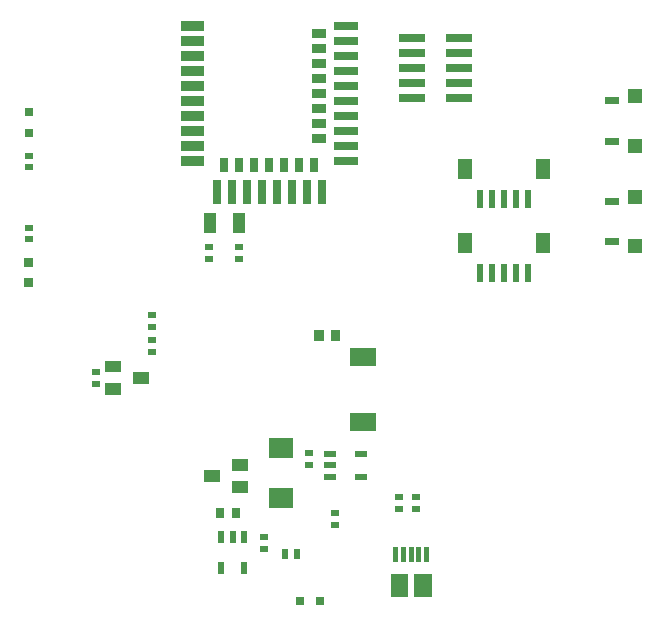
<source format=gtp>
G04 Layer: TopPasteMaskLayer*
G04 EasyEDA v6.4.19.5, 2021-05-22T15:42:10+02:00*
G04 f6fe8073f4d6445e90d350db08ac70cc,b771c775d4444e86a06a5321f8c966cb,10*
G04 Gerber Generator version 0.2*
G04 Scale: 100 percent, Rotated: No, Reflected: No *
G04 Dimensions in inches *
G04 leading zeros omitted , absolute positions ,3 integer and 6 decimal *
%FSLAX36Y36*%
%MOIN*%

%ADD20R,0.0315X0.0354*%
%ADD22R,0.0472X0.0709*%
%ADD23R,0.0236X0.0610*%
%ADD24R,0.0315X0.0197*%
%ADD25R,0.0866X0.0591*%
%ADD26R,0.0787X0.0709*%
%ADD27R,0.0394X0.0709*%
%ADD28R,0.0906X0.0295*%
%ADD31R,0.0315X0.0472*%
%ADD33R,0.0787X0.0315*%
%ADD34R,0.0315X0.0787*%
%ADD35R,0.0394X0.0217*%
%ADD36R,0.0217X0.0394*%
%ADD37R,0.0551X0.0394*%
%ADD38R,0.0315X0.0315*%
%ADD40R,0.0512X0.0472*%

%LPD*%
G36*
X991694Y-1172282D02*
G01*
X1023189Y-1172282D01*
X1023189Y-1207716D01*
X991694Y-1207716D01*
G37*
G36*
X1046812Y-1172282D02*
G01*
X1078308Y-1172282D01*
X1078308Y-1207716D01*
X1046812Y-1207716D01*
G37*
D20*
G01*
X732558Y-1782757D03*
G01*
X677437Y-1782757D03*
G36*
X924843Y-1902006D02*
G01*
X944528Y-1902006D01*
X944528Y-1933503D01*
X924843Y-1933503D01*
G37*
G36*
X885473Y-1902006D02*
G01*
X905158Y-1902006D01*
X905158Y-1933503D01*
X885473Y-1933503D01*
G37*
D22*
G01*
X1754037Y-636197D03*
G01*
X1494198Y-636197D03*
D23*
G01*
X1545377Y-735607D03*
G01*
X1584748Y-735607D03*
G01*
X1624118Y-735607D03*
G01*
X1663488Y-735607D03*
G01*
X1702858Y-735607D03*
D24*
G01*
X39998Y-869688D03*
G01*
X39998Y-830317D03*
G01*
X39998Y-590317D03*
G01*
X39998Y-629688D03*
G01*
X642008Y-934677D03*
G01*
X642008Y-895308D03*
G01*
X742008Y-934677D03*
G01*
X742008Y-895308D03*
G01*
X824998Y-1902437D03*
G01*
X824998Y-1863067D03*
D25*
G01*
X1154998Y-1478267D03*
G01*
X1154998Y-1261727D03*
D24*
G01*
X975008Y-1622437D03*
G01*
X975008Y-1583067D03*
D26*
G01*
X879998Y-1730437D03*
G01*
X879998Y-1565077D03*
D24*
G01*
X262808Y-1350268D03*
G01*
X262808Y-1310897D03*
G01*
X452598Y-1205907D03*
G01*
X452598Y-1245277D03*
G01*
X452598Y-1120907D03*
G01*
X452598Y-1160277D03*
G01*
X1059998Y-1783067D03*
G01*
X1059998Y-1822437D03*
D27*
G01*
X642787Y-814998D03*
G01*
X741218Y-814998D03*
D24*
G01*
X1274998Y-1728067D03*
G01*
X1274998Y-1767437D03*
G01*
X1329998Y-1728067D03*
G01*
X1329998Y-1767437D03*
D28*
G01*
X1475037Y-399998D03*
G01*
X1317577Y-399998D03*
G01*
X1475037Y-349998D03*
G01*
X1317577Y-349998D03*
G01*
X1475037Y-299998D03*
G01*
X1317577Y-299998D03*
G01*
X1475037Y-249998D03*
G01*
X1317577Y-249998D03*
G01*
X1475037Y-199998D03*
G01*
X1317577Y-199998D03*
G36*
X1246101Y-1985344D02*
G01*
X1305157Y-1985344D01*
X1305157Y-2060146D01*
X1246101Y-2060146D01*
G37*
G36*
X1358300Y-1894399D02*
G01*
X1374100Y-1894399D01*
X1374100Y-1945599D01*
X1358300Y-1945599D01*
G37*
G36*
X1332701Y-1894399D02*
G01*
X1348501Y-1894399D01*
X1348501Y-1945599D01*
X1332701Y-1945599D01*
G37*
G36*
X1307131Y-1894409D02*
G01*
X1322871Y-1894409D01*
X1322871Y-1945590D01*
X1307131Y-1945590D01*
G37*
G36*
X1281501Y-1894399D02*
G01*
X1297301Y-1894399D01*
X1297301Y-1945599D01*
X1281501Y-1945599D01*
G37*
G36*
X1256001Y-1894399D02*
G01*
X1271700Y-1894399D01*
X1271700Y-1945599D01*
X1256001Y-1945599D01*
G37*
G36*
X1324843Y-1985353D02*
G01*
X1383898Y-1985353D01*
X1383898Y-2060155D01*
X1324843Y-2060155D01*
G37*
D31*
G01*
X942018Y-620628D03*
G01*
X892018Y-620628D03*
G01*
X842018Y-620628D03*
G01*
X792018Y-620628D03*
G01*
X742018Y-620628D03*
G01*
X692018Y-620628D03*
G01*
X992008Y-620628D03*
G36*
X983736Y-418069D02*
G01*
X1030975Y-418069D01*
X1030975Y-449569D01*
X983736Y-449569D01*
G37*
G36*
X983736Y-368069D02*
G01*
X1030975Y-368069D01*
X1030975Y-399569D01*
X983736Y-399569D01*
G37*
G36*
X983736Y-318069D02*
G01*
X1030975Y-318069D01*
X1030975Y-349569D01*
X983736Y-349569D01*
G37*
G36*
X983736Y-268069D02*
G01*
X1030975Y-268069D01*
X1030975Y-299569D01*
X983736Y-299569D01*
G37*
G36*
X983736Y-218069D02*
G01*
X1030975Y-218069D01*
X1030975Y-249569D01*
X983736Y-249569D01*
G37*
G36*
X983736Y-168068D02*
G01*
X1030975Y-168068D01*
X1030975Y-199569D01*
X983736Y-199569D01*
G37*
G36*
X983736Y-468069D02*
G01*
X1030975Y-468069D01*
X1030975Y-499569D01*
X983736Y-499569D01*
G37*
G36*
X983736Y-518069D02*
G01*
X1030975Y-518069D01*
X1030975Y-549569D01*
X983736Y-549569D01*
G37*
G36*
X546716Y-543068D02*
G01*
X625455Y-543068D01*
X625455Y-574569D01*
X546716Y-574569D01*
G37*
G36*
X546726Y-593069D02*
G01*
X625466Y-593069D01*
X625466Y-624569D01*
X546726Y-624569D01*
G37*
G36*
X546726Y-493069D02*
G01*
X625466Y-493069D01*
X625466Y-524569D01*
X546726Y-524569D01*
G37*
G36*
X546726Y-443069D02*
G01*
X625466Y-443069D01*
X625466Y-474569D01*
X546726Y-474569D01*
G37*
G36*
X546726Y-393069D02*
G01*
X625466Y-393069D01*
X625466Y-424569D01*
X546726Y-424569D01*
G37*
G36*
X546726Y-343069D02*
G01*
X625466Y-343069D01*
X625466Y-374569D01*
X546726Y-374569D01*
G37*
G36*
X546726Y-293069D02*
G01*
X625466Y-293069D01*
X625466Y-324569D01*
X546726Y-324569D01*
G37*
G36*
X546726Y-243069D02*
G01*
X625466Y-243069D01*
X625466Y-274569D01*
X546726Y-274569D01*
G37*
G36*
X546726Y-193069D02*
G01*
X625466Y-193069D01*
X625466Y-224569D01*
X546726Y-224569D01*
G37*
G36*
X546726Y-143069D02*
G01*
X625466Y-143069D01*
X625466Y-174569D01*
X546726Y-174569D01*
G37*
D33*
G01*
X1097918Y-208818D03*
G01*
X1097908Y-158818D03*
G01*
X1097908Y-258818D03*
G01*
X1097908Y-308818D03*
G01*
X1097908Y-358818D03*
G01*
X1097908Y-408818D03*
G01*
X1097908Y-458818D03*
G01*
X1097908Y-508818D03*
G01*
X1097908Y-558818D03*
G01*
X1097908Y-608818D03*
D34*
G01*
X667008Y-711177D03*
G01*
X717008Y-711177D03*
G01*
X767008Y-711177D03*
G01*
X817008Y-711177D03*
G01*
X867008Y-711177D03*
G01*
X917008Y-711177D03*
G01*
X967008Y-711177D03*
G01*
X1017008Y-711177D03*
D35*
G01*
X1146178Y-1585358D03*
G01*
X1146178Y-1660158D03*
G01*
X1043817Y-1660158D03*
G01*
X1043817Y-1622757D03*
G01*
X1043817Y-1585358D03*
D36*
G01*
X757397Y-1963937D03*
G01*
X682598Y-1963937D03*
G01*
X682598Y-1861577D03*
G01*
X719998Y-1861577D03*
G01*
X757397Y-1861577D03*
G36*
X292789Y-1348303D02*
G01*
X347908Y-1348303D01*
X347908Y-1387673D01*
X292789Y-1387673D01*
G37*
G36*
X387279Y-1310904D02*
G01*
X442397Y-1310904D01*
X442397Y-1350273D01*
X387279Y-1350273D01*
G37*
G36*
X292789Y-1273503D02*
G01*
X347908Y-1273503D01*
X347908Y-1312874D01*
X292789Y-1312874D01*
G37*
D37*
G01*
X744248Y-1620358D03*
G01*
X649757Y-1657757D03*
G01*
X744248Y-1695158D03*
G36*
X24253Y-997752D02*
G01*
X55749Y-997752D01*
X55749Y-1029247D01*
X24253Y-1029247D01*
G37*
G36*
X24253Y-930751D02*
G01*
X55749Y-930751D01*
X55749Y-962247D01*
X24253Y-962247D01*
G37*
D38*
G01*
X39998Y-446498D03*
G01*
X39998Y-513497D03*
G01*
X1011097Y-2076588D03*
G01*
X944097Y-2076588D03*
G36*
X1961992Y-396259D02*
G01*
X2009236Y-396259D01*
X2009236Y-419881D01*
X1961992Y-419881D01*
G37*
G36*
X1961992Y-530117D02*
G01*
X2009236Y-530117D01*
X2009236Y-553739D01*
X1961992Y-553739D01*
G37*
D40*
G01*
X2062387Y-392327D03*
G01*
X2062387Y-557678D03*
G36*
X1961992Y-731259D02*
G01*
X2009236Y-731259D01*
X2009236Y-754881D01*
X1961992Y-754881D01*
G37*
G36*
X1961992Y-865117D02*
G01*
X2009236Y-865117D01*
X2009236Y-888739D01*
X1961992Y-888739D01*
G37*
G01*
X2062387Y-727327D03*
G01*
X2062387Y-892678D03*
D22*
G01*
X1754037Y-881197D03*
G01*
X1494198Y-881197D03*
D23*
G01*
X1545377Y-980607D03*
G01*
X1584748Y-980607D03*
G01*
X1624118Y-980607D03*
G01*
X1663488Y-980607D03*
G01*
X1702858Y-980607D03*
M02*

</source>
